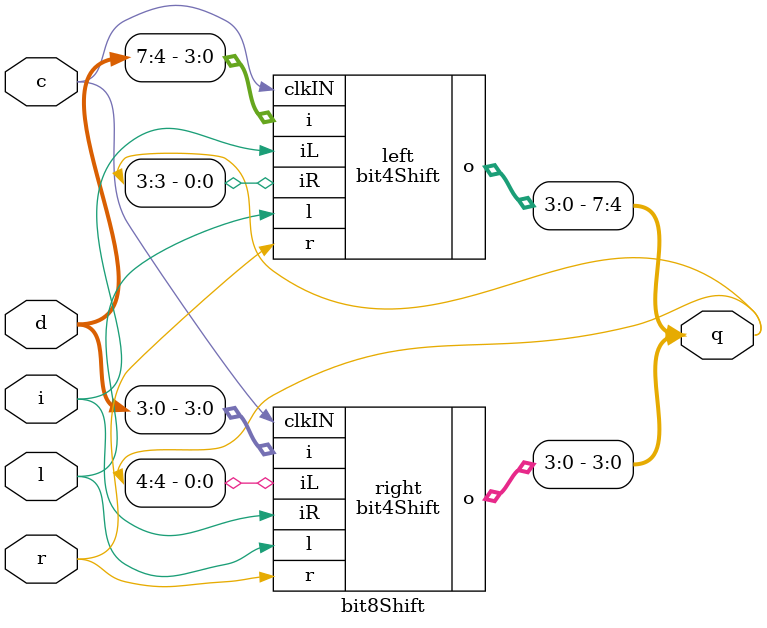
<source format=sv>
module bit2in4MUX(
  input[1:0] s,
  input[3:0] i,
  output o,
);
  assign o = (s[0]) ? ((s[1]) ? i[3] : i[1]) : ((s[1]) ? i[2] : i[0]);
endmodule

module dff(output q, nq, input clk, d);//z wykladu
logic r, s, nr, ns;
nand gq(q, nr, nq), gnq(nq, ns, q),
gr(nr, clk, r), gs(ns, nr, clk, s),
gr1(r, nr, s), gs1(s, ns, d);
endmodule

//D-Latch 4-1 MUX pair
module muxNLatch(
	input i,           //input for parallel loading
    input l,r,         //00 - do nth, 01 <<, 10 >> , 11 parallel load - controls
    input clkIN,       //clock input
    input right, left, //passed input from left/right mux
    output o,
);
  logic notq, temp;
  bit2in4MUX mux({l,r},{i,left,right,o},temp);
  dff d_latch(o,notq,clkIN,temp);
endmodule

// 4 bit universal shifter
module bit4Shift(
  input l, r,
  input[3:0] i,
  input iL, iR, //input from left/right for linking shifters 
  input clkIN,
  output[3:0] o
);
  muxNLatch part1(i[0],l,r,clkIN,iR  ,o[1],o[0]);//rightmost
  muxNLatch part2(i[1],l,r,clkIN,o[0],o[2],o[1]);
  muxNLatch part3(i[2],l,r,clkIN,o[1],o[3],o[2]);
  muxNLatch part4(i[3],l,r,clkIN,o[2],iL,  o[3]);//leftmost
endmodule

//8 bit universal shifter
module bit8Shift(
  input[7:0] d, //rownolegle
  input i, 		//szeregowe
  input c,
  input l, r,
  output[7:0] q, 
);
  bit4Shift right(l,r,d[3:0],q[4],i,c,q[3:0]);
  bit4Shift left(l,r,d[7:4],i,q[3],c,q[7:4]);
endmodule
</source>
